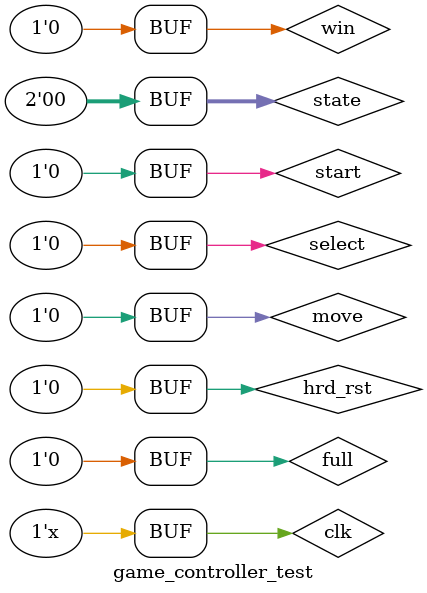
<source format=sv>
module game_controller_test();
	
	logic clk, hrd_rst, start, move, select, win, full, rst, w_e;
	logic[3:0] pos;
	logic[1:0] cur_player, player;
	logic [1:0] state;
	
	
	
	// selected position from button
	logic[3:0] sel_pos, rand_pos;
	logic timeout, rst_timer;
	logic gen_rand;
	logic toggle_player;
	logic is_busy;

	move Mov(move, hrd_rst, sel_pos);
	
	
	timer Time(clk, rst_timer, timeout);
	
	random Rand(clk, rst, gen_rand, rand_pos);
	
	mux_2to1 Pos(sel_pos, rand_pos, timeout, pos);
	
		
	FF_T Ply(clk, rst, toggle_player, cur_player);
	
	
	assign player = {1'b0, cur_player} + 2'b1;
	
	
	busy Check(state, is_busy);

	
	game_FSM Game(clk, hrd_rst, start, select, timeout, is_busy, win, full,
					gen_rand, toggle_player, w_e, rst_timer, rst);
	
	
	
	initial begin
		win = 0; full = 0; hrd_rst = 0; start = 0; move = 0; select = 0; clk = 0;
		state = 'b0;
		#10 hrd_rst = 1;
		#10 hrd_rst = 0;
		
		#10 start = 1;
		#10 start = 0;
		
		#10 move = 1;
		#10 move = 0;
		#10 move = 1;
		#10 move = 0;
		
		#10 select = 1;
		#10 select = 0;
	
	end
	
	
	always #5 clk = !clk;

endmodule 
</source>
